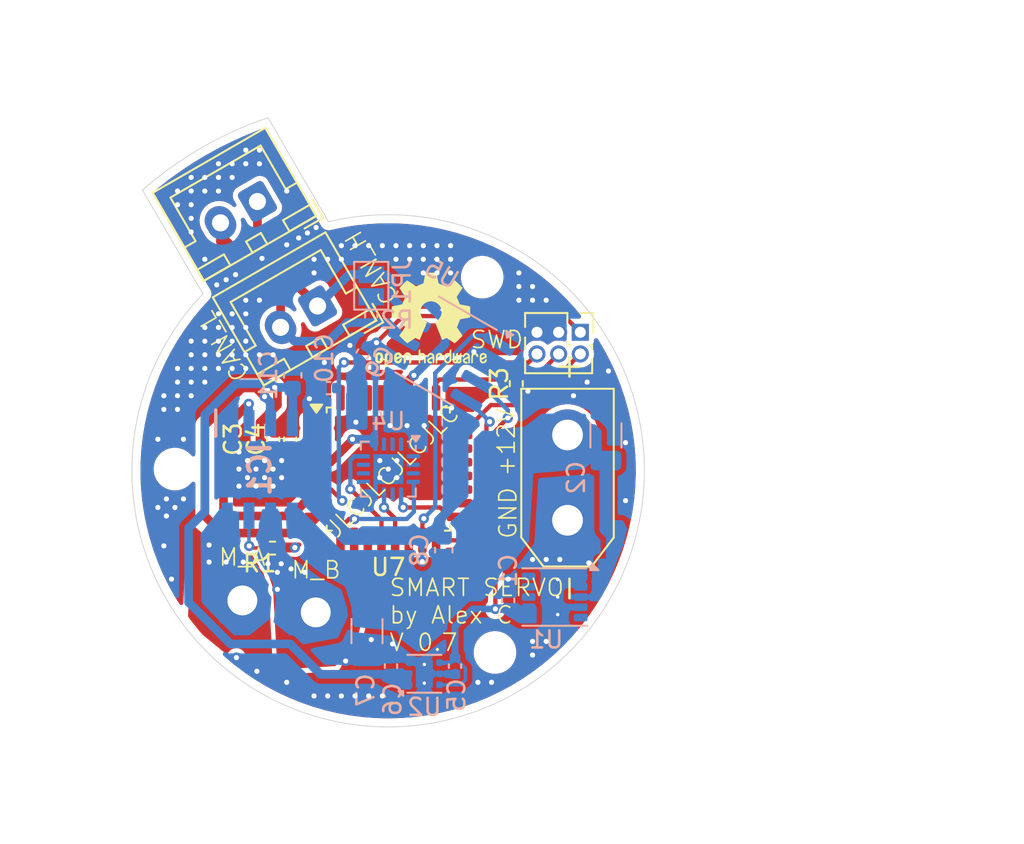
<source format=kicad_pcb>
(kicad_pcb (version 20240108) (generator "pcbnew") (generator_version "8.0")
  (layers (0 "F.Cu" signal "Front") (1 "In1.Cu" signal) (2 "In2.Cu" signal) (31 "B.Cu" signal "Back") (34 "B.Paste" user) (35 "F.Paste" user) (36 "B.SilkS" user "B.Silkscreen") (37 "F.SilkS" user "F.Silkscreen") (38 "B.Mask" user) (39 "F.Mask" user) (44 "Edge.Cuts" user))
  (net 0 "")
  (net 1 "GND")
  (net 2 "+3V3")
  (net 3 "+12V")
  (net 4 "RP_RX")
  (net 5 "RP_TX")
  (net 6 "Net-(IC1-ISEN)")
  (net 7 "Net-(IC1-OUT2)")
  (net 8 "Net-(IC1-OUT1)")
  (net 9 "MOSI")
  (net 10 "+5V")
  (net 11 "CAN_H")
  (net 12 "CAN_L")
  (net 13 "CAN_SILENT")
  (net 20 "NRST")
  (net 21 "SWCLK")
  (net 22 "SWDIO")
  (net 24 "DRV_IN2")
  (net 28 "MISO")
  (net 29 "MAG_CS")
  (net 33 "SCK")
  (net 39 "DRV_IN1")
  (net 54 "Net-(JP1-A)")
  (footprint "Capacitor_SMD:C_0402_1005Metric" (layer "F.Cu") (at 86.75 71 90)
    (property "Reference" "C3")
    (property "Value" "100nF")
  )
  (footprint "Package_QFP:LQFP-32_7x7mm_P0.8mm" (layer "F.Cu") (at 93.5 72.75)
    (property "Reference" "U7")
    (property "Value" "STM32G0B1KBTx")
  )
  (footprint "Resistor_SMD:R_0402_1005Metric" (layer "F.Cu") (at 101 67.74 -90)
    (property "Reference" "R3")
    (property "Value" "10k")
  )
  (footprint "Connector_Wire:SolderWire-1sqmm_1x01_D1.4mm_OD2.7mm" (layer "F.Cu") (at 89.25 81.15)
    (property "Reference" "J2" (hide yes))
    (property "Value" "MOT_A")
  )
  (footprint "MountingHole:MountingHole_2.2mm_M2" (layer "F.Cu") (at 99.75 83.5)
    (property "Reference" "REF**" (hide yes))
    (property "Value" "MountingHole_2.2mm_M2")
  )
  (footprint "Capacitor_SMD:C_0402_1005Metric" (layer "F.Cu") (at 87.75 71 90)
    (property "Reference" "C4")
    (property "Value" "4.7uF")
  )
  (footprint "Symbol:OSHW-Logo2_7.3x6mm_SilkScreen" (layer "F.Cu") (at 96 64)
    (property "Reference" "REF**" (hide yes))
    (property "Value" "OSHW-Logo2_7.3x6mm_SilkScreen" (hide yes))
  )
  (footprint "Resistor_SMD:R_0402_1005Metric" (layer "F.Cu") (at 86.715 77.38175)
    (property "Reference" "R1")
    (property "Value" "15k")
  )
  (footprint "Connector_JST:JST_XH_B2B-XH-A_1x02_P2.50mm_Vertical" (layer "F.Cu") (at 85.832923 57.063277 -150)
    (property "Reference" "J6" (hide yes))
    (property "Value" "Control_In")
  )
  (footprint "MountingHole:MountingHole_2.2mm_M2" (layer "F.Cu") (at 81 72.75)
    (property "Reference" "REF**" (hide yes))
    (property "Value" "MountingHole_2.2mm_M2")
  )
  (footprint "Connector_Wire:SolderWire-1sqmm_1x01_D1.4mm_OD2.7mm" (layer "F.Cu") (at 84.95 80.45)
    (property "Reference" "J7" (hide yes))
    (property "Value" "MOT_B")
  )
  (footprint "Connector_JST:JST_XH_B2B-XH-A_1x02_P2.50mm_Vertical" (layer "F.Cu") (at 89.354915 63.188669 -150)
    (property "Reference" "J1" (hide yes))
    (property "Value" "Control_In")
  )
  (footprint "Connector_AMASS:AMASS_XT30UPB-M_1x02_P5.0mm_Vertical" (layer "F.Cu") (at 104 75.75 90)
    (property "Reference" "J4" (hide yes))
    (property "Value" "Power_In")
  )
  (footprint "MountingHole:MountingHole_2.2mm_M2" (layer "F.Cu") (at 99 61.5)
    (property "Reference" "REF**" (hide yes))
    (property "Value" "MountingHole_2.2mm_M2")
  )
  (footprint "Connector_PinHeader_1.27mm:PinHeader_2x03_P1.27mm_Vertical" (layer "F.Cu") (at 104.75 64.729999 -90)
    (property "Reference" "J3" (hide yes))
    (property "Value" "Prog_IN")
  )
  (footprint "Capacitor_SMD:C_0402_1005Metric" (layer "B.Cu") (at 90 68)
    (property "Reference" "C10")
    (property "Value" "100nF")
  )
  (footprint "Capacitor_SMD:C_1206_3216Metric" (layer "B.Cu") (at 92.25 82.25 90)
    (property "Reference" "C7")
    (property "Value" "10uF")
  )
  (footprint "Capacitor_SMD:C_1206_3216Metric" (layer "B.Cu") (at 106.25 70.775 -90)
    (property "Reference" "C2")
    (property "Value" "10uF")
  )
  (footprint "Capacitor_SMD:C_0402_1005Metric" (layer "B.Cu") (at 93.657501 84.300002 90)
    (property "Reference" "C6")
    (property "Value" "2.2uF")
  )
  (footprint "Capacitor_SMD:C_0603_1608Metric" (layer "B.Cu") (at 87.9 67.25 -90)
    (property "Reference" "C11")
    (property "Value" "100nF")
  )
  (footprint "Package_SON:WSON-6-1EP_2x2mm_P0.65mm_EP1x1.6mm_ThermalVias" (layer "B.Cu") (at 95.6125 84.750001)
    (property "Reference" "U2")
    (property "Value" "TLV76733DRVx")
  )
  (footprint "_custom:SOIC127P600X170-9N" (layer "B.Cu") (at 85.969999 72.762999 -90)
    (property "Reference" "IC1")
    (property "Value" "DRV8251DDAR" (hide yes))
  )
  (footprint "Capacitor_SMD:C_0402_1005Metric" (layer "B.Cu") (at 92 66 60)
    (property "Reference" "C9")
    (property "Value" "100nF")
  )
  (footprint "Capacitor_SMD:C_0402_1005Metric" (layer "B.Cu") (at 100.525 80.45 -90)
    (property "Reference" "C1")
    (property "Value" "100nF")
  )
  (footprint "Jumper:SolderJumper-2_P1.3mm_Open_Pad1.0x1.5mm" (layer "B.Cu") (at 92.5 62 90)
    (property "Reference" "JP1")
    (property "Value" "Jumper_2_Open")
  )
  (footprint "Package_SO:SOIC-8_3.9x4.9mm_P1.27mm" (layer "B.Cu") (at 96.87909 65.832721 150)
    (property "Reference" "U5")
    (property "Value" "TJA1051T-3")
  )
  (footprint "Package_DFN_QFN:QFN-16-1EP_3x3mm_P0.5mm_EP1.75x1.75mm" (layer "B.Cu") (at 93.5 72.75 180)
    (property "Reference" "U4")
    (property "Value" "MA730")
  )
  (footprint "Capacitor_SMD:C_0603_1608Metric" (layer "B.Cu") (at 96.75 77.5 -90)
    (property "Reference" "C8")
    (property "Value" "100nF")
  )
  (footprint "Capacitor_SMD:C_0402_1005Metric" (layer "B.Cu") (at 92.5 63.75 -90)
    (property "Reference" "R2")
    (property "Value" "120")
  )
  (footprint "Package_LGA:Texas_SIL0010A_MicroSiP-10-1EP_3.8x3mm_P0.6mm_EP0.7x2.9mm_ThermalVias" (layer "B.Cu") (at 103.25 80.25 180)
    (property "Reference" "U1")
    (property "Value" "LMZM23601V5")
  )
  (footprint "Capacitor_SMD:C_0402_1005Metric" (layer "B.Cu") (at 97.407499 84.300003 -90)
    (property "Reference" "C5")
    (property "Value" "1uF")
  )
  (gr_line (start 82.637074 62.478825) (end 79.1 56.4) (stroke (width 0.05)) (layer "Edge.Cuts"))
  (gr_arc (start 79.094221 56.393393) (mid 82.564125 53.91116) (end 86.45 52.150001) (stroke (width 0.05)) (layer "Edge.Cuts"))
  (gr_line (start 90 58.25) (end 86.45 52.15) (stroke (width 0.05)) (layer "Edge.Cuts"))
  (gr_arc (start 90 58.25) (mid 100.96659 85.868552) (end 82.637074 62.478825) (stroke (width 0.05)) (layer "Edge.Cuts"))
  (gr_text "JLCJLCJLCJLC" (at 90.48 76.96 45) (layer "F.SilkS") (effects (font (size 1 1) (thickness 0.1)) (justify left bottom)))
  (gr_text "M_A" (at 83.5 78.5 0) (layer "F.SilkS") (effects (font (size 1 1) (thickness 0.1)) (justify left bottom)))
  (gr_text "SMART SERVO\nby Alex C\nV 0.7" (at 93.5 83.5 0) (layer "F.SilkS") (effects (font (size 1 1) (thickness 0.1)) (justify left bottom)))
  (gr_text "GND" (at 101.098426 76.912485 90) (layer "F.SilkS") (effects (font (size 1 1) (thickness 0.1)) (justify left bottom)))
  (gr_text "CAN_H" (at 94.25 62.75 120) (layer "F.SilkS") (effects (font (size 1 1) (thickness 0.1)) (justify left bottom)))
  (gr_text "CAN_L" (at 85.5 67.25 120) (layer "F.SilkS") (effects (font (size 1 1) (thickness 0.1)) (justify left bottom)))
  (gr_text "M_B" (at 87.75 79.25 0) (layer "F.SilkS") (effects (font (size 1 1) (thickness 0.1)) (justify left bottom)))
  (gr_text "SWD" (at 98.25 65.75 0) (layer "F.SilkS") (effects (font (size 1 1) (thickness 0.1)) (justify left bottom)))
  (gr_text "+12V" (at 101 73.25 90) (layer "F.SilkS") (effects (font (size 1 1) (thickness 0.1)) (justify left bottom)))
  (segment (start 87.65 73.15) (end 87.25 72.75) (width 0.508) (layer "F.Cu") (net 1))
  (segment (start 101.613288 68.25) (end 101.681644 68.181644) (width 0.2) (layer "F.Cu") (net 1))
  (segment (start 87.75 70.52) (end 86.75 70.52) (width 0.508) (layer "F.Cu") (net 1))
  (segment (start 87.993253 77.381747) (end 88.025 77.35) (width 0.508) (layer "F.Cu") (net 1))
  (segment (start 91.75 72.25) (end 93 72.25) (width 0.508) (layer "F.Cu") (net 1))
  (segment (start 89.325 73.15) (end 87.65 73.15) (width 0.508) (layer "F.Cu") (net 1))
  (segment (start 87.75 69.75) (end 87.75 70.52) (width 0.508) (layer "F.Cu") (net 1))
  (segment (start 87.65 73.15) (end 87.25 73.25) (width 0.508) (layer "F.Cu") (net 1))
  (segment (start 88.875 68.625) (end 87.75 69.75) (width 0.508) (layer "F.Cu") (net 1))
  (segment (start 89.325 73.15) (end 90.85 73.15) (width 0.508) (layer "F.Cu") (net 1))
  (segment (start 87.25 73.25) (end 86.75 72.75) (width 0.508) (layer "F.Cu") (net 1))
  (segment (start 101.25 68.25) (end 101.613288 68.25) (width 0.2) (layer "F.Cu") (net 1))
  (segment (start 87.224999 77.381747) (end 87.993253 77.381747) (width 0.508) (layer "F.Cu") (net 1))
  (segment (start 86.75 72.75) (end 87.25 72.25) (width 0.508) (layer "F.Cu") (net 1))
  (segment (start 90.85 73.15) (end 91.75 72.25) (width 0.508) (layer "F.Cu") (net 1))
  (via (at 101.15 62.05) (size 0.6) (drill 0.3) (layers "F.Cu" "B.Cu") (net 1))
  (via (at 92.35 59.65) (size 0.6) (drill 0.3) (layers "F.Cu" "B.Cu") (net 1))
  (via (at 86.75 72.75) (size 0.6) (drill 0.3) (layers "F.Cu" "B.Cu") (net 1))
  (via (at 93.15 86.05) (size 0.6) (drill 0.3) (layers "F.Cu" "B.Cu") (net 1))
  (via (at 81 75) (size 0.6) (drill 0.3) (layers "F.Cu" "B.Cu") (net 1))
  (via (at 81.95 66.85) (size 0.6) (drill 0.3) (layers "F.Cu" "B.Cu") (net 1))
  (via (at 93.5 72.75) (size 0.6) (drill 0.3) (layers "F.Cu" "B.Cu") (net 1))
  (via (at 88.762228 58.905631) (size 0.6) (drill 0.3) (layers "F.Cu" "B.Cu") (net 1))
  (via (at 97.15 59.65) (size 0.6) (drill 0.3) (layers "F.Cu" "B.Cu") (net 1))
  (via (at 93.75 83) (size 0.6) (drill 0.3) (layers "F.Cu" "B.Cu") (net 1))
  (via (at 83.55 56.45) (size 0.6) (drill 0.3) (layers "F.Cu" "B.Cu") (net 1))
  (via (at 85.25 73.25) (size 0.6) (drill 0.3) (layers "F.Cu" "B.Cu") (net 1))
  (via (at 81.5 71) (size 0.6) (drill 0.3) (layers "F.Cu" "B.Cu") (net 1))
  (via (at 80.5 74.5) (size 0.6) (drill 0.3) (layers "F.Cu" "B.Cu") (net 1))
  (via (at 95.6 70.2) (size 0.6) (drill 0.3) (layers "F.Cu" "B.Cu") (net 1))
  (via (at 80.35 68.45) (size 0.6) (drill 0.3) (layers "F.Cu" "B.Cu") (net 1))
  (via (at 85.15 64.45) (size 0.6) (drill 0.3) (layers "F.Cu" "B.Cu") (net 1))
  (via (at 84.35 63.65) (size 0.6) (drill 0.3) (layers "F.Cu" "B.Cu") (net 1))
  (via (at 95.55 60.45) (size 0.6) (drill 0.3) (layers "F.Cu" "B.Cu") (net 1))
  (via (at 91.55 59.65) (size 0.6) (drill 0.3) (layers "F.Cu" "B.Cu") (net 1))
  (via (at 84.75 71.75) (size 0.6) (drill 0.3) (layers "F.Cu" "B.Cu") (net 1))
  (via (at 87.55 56.45) (size 0.6) (drill 0.3) (layers "F.Cu" "B.Cu") (net 1))
  (via (at 94.75 59.65) (size 0.6) (drill 0.3) (layers "F.Cu" "B.Cu") (net 1))
  (via (at 85.15 54.05) (size 0.6) (drill 0.3) (layers "F.Cu" "B.Cu") (net 1))
  (via (at 85.8 84.6) (size 0.6) (drill 0.3) (layers "F.Cu" "B.Cu") (net 1))
  (via (at 88.875 68.625) (size 0.6) (drill 0.3) (layers "F.Cu" "B.Cu") (net 1))
  (via (at 91 84) (size 0.6) (drill 0.3) (layers "F.Cu" "B.Cu") (net 1))
  (via (at 89.95 86.05) (size 0.6) (drill 0.3) (layers "F.Cu" "B.Cu") (net 1))
  (via (at 84.35 66.05) (size 0.6) (drill 0.3) (layers "F.Cu" "B.Cu") (net 1))
  (via (at 82.75 56.45) (size 0.6) (drill 0.3) (layers "F.Cu" "B.Cu") (net 1))
  (via (at 99.55 85.25) (size 0.6) (drill 0.3) (layers "F.Cu" "B.Cu") (net 1))
  (via (at 106.4 67) (size 0.6) (drill 0.3) (layers "F.Cu" "B.Cu") (net 1))
  (via (at 80 75) (size 0.6) (drill 0.3) (layers "F.Cu" "B.Cu") (net 1))
  (via (at 92.5 82.75) (size 0.6) (drill 0.3) (layers "F.Cu" "B.Cu") (net 1))
  (via (at 82.75 55.65) (size 0.6) (drill 0.3) (layers "F.Cu" "B.Cu") (net 1))
  (via (at 83.55 63.65) (size 0.6) (drill 0.3) (layers "F.Cu" "B.Cu") (net 1))
  (via (at 81.15 68.45) (size 0.6) (drill 0.3) (layers "F.Cu" "B.Cu") (net 1))
  (via (at 85.95 54.05) (size 0.6) (drill 0.3) (layers "F.Cu" "B.Cu") (net 1))
  (via (at 93 72.25) (size 0.6) (drill 0.3) (layers "F.Cu" "B.Cu") (net 1))
  (via (at 89.15 60.45) (size 0.6) (drill 0.3) (layers "F.Cu" "B.Cu") (net 1))
  (via (at 85.15 54.85) (size 0.6) (drill 0.3) (layers "F.Cu" "B.Cu") (net 1))
  (via (at 98.513712 65.873) (size 0.6) (drill 0.3) (layers "F.Cu" "B.Cu") (net 1))
  (via (at 93.95 59.65) (size 0.6) (drill 0.3) (layers "F.Cu" "B.Cu") (net 1))
  (via (at 89.15 86.05) (size 0.6) (drill 0.3) (layers "F.Cu" "B.Cu") (net 1))
  (via (at 102.75 78.05) (size 0.6) (drill 0.3) (layers "F.Cu" "B.Cu") (net 1))
  (via (at 85.95 62.85) (size 0.6) (drill 0.3) (layers "F.Cu" "B.Cu") (net 1))
  (via (at 104.35 68.45) (size 0.6) (drill 0.3) (layers "F.Cu" "B.Cu") (net 1))
  (via (at 93 73.25) (size 0.6) (drill 0.3) (layers "F.Cu" "B.Cu") (net 1))
  (via (at 81.95 55.65) (size 0.6) (drill 0.3) (layers "F.Cu" "B.Cu") (net 1))
  (via (at 85.95 66.05) (size 0.6) (drill 0.3) (layers "F.Cu" "B.Cu") (net 1))
  (via (at 93.6 70.2) (size 0.6) (drill 0.3) (layers "F.Cu" "B.Cu") (net 1))
  (via (at 83.55 66.05) (size 0.6) (drill 0.3) (layers "F.Cu" "B.Cu") (net 1))
  (via (at 84.35 55.65) (size 0.6) (drill 0.3) (layers "F.Cu" "B.Cu") (net 1))
  (via (at 81.15 57.25) (size 0.6) (drill 0.3) (layers "F.Cu" "B.Cu") (net 1))
  (via (at 90.75 59.65) (size 0.6) (drill 0.3) (layers "F.Cu" "B.Cu") (net 1))
  (via (at 89.270617 58.587185) (size 0.6) (drill 0.3) (layers "F.Cu" "B.Cu") (net 1))
  (via (at 96.35 59.65) (size 0.6) (drill 0.3) (layers "F.Cu" "B.Cu") (net 1))
  (via (at 88.025 77.35) (size 0.6) (drill 0.3) (layers "F.Cu" "B.Cu") (net 1))
  (via (at 102.75 62.85) (size 0.6) (drill 0.3) (layers "F.Cu" "B.Cu") (net 1))
  (via (at 97.15 60.45) (size 0.6) (drill 0.3) (layers "F.Cu" "B.Cu") (net 1))
  (via (at 85.15 66.85) (size 0.6) (drill 0.3) (layers "F.Cu" "B.Cu") (net 1))
  (via (at 80.8 79.2) (size 0.6) (drill 0.3) (layers "F.Cu" "B.Cu") (net 1))
  (via (at 105.25 78.25) (size 0.6) (drill 0.3) (layers "F.Cu" "B.Cu") (net 1))
  (via (at 101.15 61.25) (size 0.6) (drill 0.3) (layers "F.Cu" "B.Cu") (net 1))
  (via (at 86.75 73.75) (size 0.6) (drill 0.3) (layers "F.Cu" "B.Cu") (net 1))
  (via (at 82.75 66.85) (size 0.6) (drill 0.3) (layers "F.Cu" "B.Cu") (net 1))
  (via (at 84.75 72.75) (size 0.6) (drill 0.3) (layers "F.Cu" "B.Cu") (net 1))
  (via (at 80.35 69.25) (size 0.6) (drill 0.3) (layers "F.Cu" "B.Cu") (net 1))
  (via (at 84.35 66.85) (size 0.6) (drill 0.3) (layers "F.Cu" "B.Cu") (net 1))
  (via (at 85.75 73.75) (size 0.6) (drill 0.3) (layers "F.Cu" "B.Cu") (net 1))
  (via (at 81.5 74.5) (size 0.6) (drill 0.3) (layers "F.Cu" "B.Cu") (net 1))
  (via (at 98.75 85.25) (size 0.6) (drill 0.3) (layers "F.Cu" "B.Cu") (net 1))
  (via (at 84.6 83.8) (size 0.6) (drill 0.3) (layers "F.Cu" "B.Cu") (net 1))
  (via (at 95.55 61.25) (size 0.6) (drill 0.3) (layers "F.Cu" "B.Cu") (net 1))
  (via (at 107.4 71.2) (size 0.6) (drill 0.3) (layers "F.Cu" "B.Cu") (net 1))
  (via (at 82.75 67.65) (size 0.6) (drill 0.3) (layers "F.Cu" "B.Cu") (net 1))
  (via (at 83.55 66.85) (size 0.6) (drill 0.3) (layers "F.Cu" "B.Cu") (net 1))
  (via (at 81.95 66.05) (size 0.6) (drill 0.3) (layers "F.Cu" "B.Cu") (net 1))
  (via (at 90.75 60.45) (size 0.6) (drill 0.3) (layers "F.Cu" "B.Cu") (net 1))
  (via (at 81.15 56.45) (size 0.6) (drill 0.3) (layers "F.Cu" "B.Cu") (net 1))
  (via (at 81.15 69.25) (size 0.6) (drill 0.3) (layers "F.Cu" "B.Cu") (net 1))
  (via (at 86.75 66.05) (size 0.6) (drill 0.3) (layers "F.Cu" "B.Cu") (net 1))
  (via (at 93.15 59.65) (size 0.6) (drill 0.3) (layers "F.Cu" "B.Cu") (net 1))
  (via (at 85.15 65.25) (size 0.6) (drill 0.3) (layers "F.Cu" "B.Cu") (net 1))
  (via (at 103.55 78.05) (size 0.6) (drill 0.3) (layers "F.Cu" "B.Cu") (net 1))
  (via (at 95.489421 78.175) (size 0.6) (drill 0.3) (layers "F.Cu" "B.Cu") (net 1))
  (via (at 96.35 61.25) (size 0.6) (drill 0.3) (layers "F.Cu" "B.Cu") (net 1))
  (via (at 89.15 61.25) (size 0.6) (drill 0.3) (layers "F.Cu" "B.Cu") (net 1))
  (via (at 80 71) (size 0.6) (drill 0.3) (layers "F.Cu" "B.Cu") (net 1))
  (via (at 84 61.65) (size 0.6) (drill 0.3) (layers "F.Cu" "B.Cu") (net 1))
  (via (at 82.75 64.45) (size 0.6) (drill 0.3) (layers "F.Cu" "B.Cu") (net 1))
  (via (at 85.75 72.75) (size 0.6) (drill 0.3) (layers "F.Cu" "B.Cu") (net 1))
  (via (at 88.25 59.2) (size 0.6) (drill 0.3) (layers "F.Cu" "B.Cu") (net 1))
  (via (at 85.15 62.85) (size 0.6) (drill 0.3) (layers "F.Cu" "B.Cu") (net 1))
  (via (at 85.15 63.65) (size 0.6) (drill 0.3) (layers "F.Cu" "B.Cu") (net 1))
  (via (at 93.95 60.45) (size 0.6) (drill 0.3) (layers "F.Cu" "B.Cu") (net 1))
  (via (at 83.45 61.95) (size 0.6) (drill 0.3) (layers "F.Cu" "B.Cu") (net 1))
  (via (at 81.95 58.05) (size 0.6) (drill 0.3) (layers "F.Cu" "B.Cu") (net 1))
  (via (at 84.35 54.85) (size 0.6) (drill 0.3) (layers "F.Cu" "B.Cu") (net 1))
  (via (at 86.25 72.25) (size 0.6) (drill 0.3) (layers "F.Cu" "B.Cu") (net 1))
  (via (at 97.15 61.25) (size 0.6) (drill 0.3) (layers "F.Cu" "B.Cu") (net 1))
  (via (at 80.35 77.25) (size 0.6) (drill 0.3) (layers "F.Cu" "B.Cu") (net 1))
  (via (at 85.25 72.25) (size 0.6) (drill 0.3) (layers "F.Cu" "B.Cu") (net 1))
  (via (at 82.75 66.05) (size 0.6) (drill 0.3) (layers "F.Cu" "B.Cu") (net 1))
  (via (at 107.4 74.6) (size 0.6) (drill 0.3) (layers "F.Cu" "B.Cu") (net 1))
  (via (at 80.5 75.5) (size 0.6) (drill 0.3) (layers "F.Cu" "B.Cu") (net 1))
  (via (at 91.6 70) (size 0.6) (drill 0.3) (layers "F.Cu" "B.Cu") (net 1))
  (via (at 95.55 59.65) (size 0.6) (drill 0.3) (layers "F.Cu" "B.Cu") (net 1))
  (via (at 81.15 66.85) (size 0.6) (drill 0.3) (layers "F.Cu" "B.Cu") (net 1))
  (via (at 87.55 85.25) (size 0.6) (drill 0.3) (layers "F.Cu" "B.Cu") (net 1))
  (via (at 105.15 67.65) (size 0.6) (drill 0.3) (layers "F.Cu" "B.Cu") (net 1))
  (via (at 83.55 54.85) (size 0.6) (drill 0.3) (layers "F.Cu" "B.Cu") (net 1))
  (via (at 86.25 73.25) (size 0.6) (drill 0.3) (layers "F.Cu" "B.Cu") (net 1))
  (via (at 102.75 82.85) (size 0.6) (drill 0.3) (layers "F.Cu" "B.Cu") (net 1))
  (via (at 96.35 60.45) (size 0.6) (drill 0.3) (layers "F.Cu" "B.Cu") (net 1))
  (via (at 94.75 60.45) (size 0.6) (drill 0.3) (layers "F.Cu" "B.Cu") (net 1))
  (via (at 85.95 54.85) (size 0.6) (drill 0.3) (layers "F.Cu" "B.Cu") (net 1))
  (via (at 91.55 86.05) (size 0.6) (drill 0.3) (layers "F.Cu" "B.Cu") (net 1))
  (via (at 101.95 83.65) (size 0.6) (drill 0.3) (layers "F.Cu" "B.Cu") (net 1))
  (via (at 97.21 69.17) (size 0.6) (drill 0.3) (layers "F.Cu" "B.Cu") (net 1))
  (via (at 83.55 64.45) (size 0.6) (drill 0.3) (layers "F.Cu" "B.Cu") (net 1))
  (via (at 94 72.25) (size 0.6) (drill 0.3) (layers "F.Cu" "B.Cu") (net 1))
  (via (at 82.75 60.45) (size 0.6) (drill 0.3) (layers "F.Cu" "B.Cu") (net 1))
  (via (at 83.55 55.65) (size 0.6) (drill 0.3) (layers "F.Cu" "B.Cu") (net 1))
  (via (at 101.95 62.85) (size 0.6) (drill 0.3) (layers "F.Cu" "B.Cu") (net 1))
  (via (at 81.95 67.65) (size 0.6) (drill 0.3) (layers "F.Cu" "B.Cu") (net 1))
  (via (at 101.95 78.05) (size 0.6) (drill 0.3) (layers "F.Cu" "B.Cu") (net 1))
  (via (at 86.1 60.4) (size 0.6) (drill 0.3) (layers "F.Cu" "B.Cu") (net 1))
  (via (at 81.95 65.25) (size 0.6) (drill 0.3) (layers "F.Cu" "B.Cu") (net 1))
  (via (at 92.35 86.05) (size 0.6) (drill 0.3) (layers "F.Cu" "B.Cu") (net 1))
  (via (at 81.95 56.45) (size 0.6) (drill 0.3) (layers "F.Cu" "B.Cu") (net 1))
  (via (at 94.6 70.2) (size 0.6) (drill 0.3) (layers "F.Cu" "B.Cu") (net 1))
  (via (at 85.15 66.05) (size 0.6) (drill 0.3) (layers "F.Cu" "B.Cu") (net 1))
  (via (at 84.55 61.35) (size 0.6) (drill 0.3) (layers "F.Cu" "B.Cu") (net 1))
  (via (at 82.75 65.25) (size 0.6) (drill 0.3) (layers "F.Cu" "B.Cu") (net 1))
  (via (at 81.15 67.65) (size 0.6) (drill 0.3) (layers "F.Cu" "B.Cu") (net 1))
  (via (at 81.95 68.45) (size 0.6) (drill 0.3) (layers "F.Cu" "B.Cu") (net 1))
  (via (at 87.25 72.25) (size 0.6) (drill 0.3) (layers "F.Cu" "B.Cu") (net 1))
  (via (at 101.681644 68.181644) (size 0.6) (drill 0.3) (layers "F.Cu" "B.Cu") (net 1))
  (via (at 83.55 65.25) (size 0.6) (drill 0.3) (layers "F.Cu" "B.Cu") (net 1))
  (via (at 84.35 65.25) (size 0.6) (drill 0.3) (layers "F.Cu" "B.Cu") (net 1))
  (via (at 87.55 59.6) (size 0.6) (drill 0.3) (layers "F.Cu" "B.Cu") (net 1))
  (via (at 84.35 64.45) (size 0.6) (drill 0.3) (layers "F.Cu" "B.Cu") (net 1))
  (via (at 101.15 62.85) (size 0.6) (drill 0.3) (layers "F.Cu" "B.Cu") (net 1))
  (via (at 87.25 73.25) (size 0.6) (drill 0.3) (layers "F.Cu" "B.Cu") (net 1))
  (via (at 101.95 62.05) (size 0.6) (drill 0.3) (layers "F.Cu" "B.Cu") (net 1))
  (via (at 89.95 60.45) (size 0.6) (drill 0.3) (layers "F.Cu" "B.Cu") (net 1))
  (via (at 94 73.25) (size 0.6) (drill 0.3) (layers "F.Cu" "B.Cu") (net 1))
  (via (at 100.525 79.2) (size 0.6) (drill 0.3) (layers "F.Cu" "B.Cu") (net 1))
  (via (at 89.75 66.5) (size 0.6) (drill 0.3) (layers "F.Cu" "B.Cu") (net 1))
  (via (at 101.95 82.85) (size 0.6) (drill 0.3) (layers "F.Cu" "B.Cu") (net 1))
  (via (at 91.25 65.5) (size 0.6) (drill 0.3) (layers "F.Cu" "B.Cu") (net 1))
  (via (at 84.75 73.75) (size 0.6) (drill 0.3) (layers "F.Cu" "B.Cu") (net 1))
  (via (at 90.75 86.05) (size 0.6) (drill 0.3) (layers "F.Cu" "B.Cu") (net 1))
  (via (at 81.95 57.25) (size 0.6) (drill 0.3) (layers "F.Cu" "B.Cu") (net 1))
  (via (at 81.95 58.85) (size 0.6) (drill 0.3) (layers "F.Cu" "B.Cu") (net 1))
  (segment (start 103.425001 81.28) (end 103.854999 80.850002) (width 0.5) (layer "B.Cu") (net 1))
  (segment (start 105.25 77.1) (end 105.25 76.75) (width 0.254) (layer "B.Cu") (net 1))
  (segment (start 96.75 76.474999) (end 96.024999 76.474999) (width 0.762) (layer "B.Cu") (net 1))
  (segment (start 92.752 73.498) (end 93 73.25) (width 0.254) (layer "B.Cu") (net 1))
  (segment (start 92.752 74.2105) (end 92.752 73.498) (width 0.254) (layer "B.Cu") (net 1))
  (segment (start 105.250001 77.100001) (end 105.25 77.1) (width 0.254) (layer "B.Cu") (net 1))
  (segment (start 103.854999 80.850002) (end 104.775 80.850002) (width 0.4) (layer "B.Cu") (net 1))
  (segment (start 95.489421 78.175) (end 95.489421 77.010577) (width 0.254) (layer "B.Cu") (net 1))
  (segment (start 103.595 79.05) (end 103.425001 79.219999) (width 0.2) (layer "B.Cu") (net 1))
  (segment (start 98.513712 65.873) (end 99.250913 66.610201) (width 0.508) (layer "B.Cu") (net 1))
  (segment (start 104.775 79.05) (end 104.775 78.725) (width 0.2) (layer "B.Cu") (net 1))
  (segment (start 92.75 74.2125) (end 92.752 74.2105) (width 0.254) (layer "B.Cu") (net 1))
  (segment (start 105.25 76.75) (end 105 76.5) (width 0.254) (layer "B.Cu") (net 1))
  (segment (start 100.525 79.97) (end 100.525 79.2) (width 0.508) (layer "B.Cu") (net 1))
  (segment (start 95.489421 77.010577) (end 95.5 76.999998) (width 0.254) (layer "B.Cu") (net 1))
  (segment (start 96.024999 76.474999) (end 95.5 76.999998) (width 0.762) (layer "B.Cu") (net 1))
  (segment (start 104.775 78.725) (end 105.25 78.25) (width 0.2) (layer "B.Cu") (net 1))
  (segment (start 99.250913 66.610201) (end 99.250913 66.617574) (width 0.508) (layer "B.Cu") (net 1))
  (segment (start 86.440001 71.48) (end 86.75 71.48) (width 0.508) (layer "F.Cu") (net 2))
  (segment (start 87.004 68.996) (end 85.986 70.014) (width 0.508) (layer "F.Cu") (net 2))
  (segment (start 87.75 71.48) (end 87.75 71.547294) (width 0.508) (layer "F.Cu") (net 2))
  (segment (start 94.362289 63.78) (end 103.800001 63.78) (width 0.254) (layer "F.Cu") (net 2))
  (segment (start 91.4 71.047294) (end 90.097294 72.35) (width 0.508) (layer "F.Cu") (net 2))
  (segment (start 86.841562 67.96143) (end 87.004 68.123868) (width 0.508) (layer "F.Cu") (net 2))
  (segment (start 90.097294 72.35) (end 89.325 72.35) (width 0.508) (layer "F.Cu") (net 2))
  (segment (start 87.75 71.547294) (end 88.552706 72.35) (width 0.508) (layer "F.Cu") (net 2))
  (segment (start 85.986 71.025999) (end 86.440001 71.48) (width 0.508) (layer "F.Cu") (net 2))
  (segment (start 86.75 71.48) (end 87.75 71.48) (width 0.508) (layer "F.Cu") (net 2))
  (segment (start 92.805971 65.336318) (end 94.362289 63.78) (width 0.254) (layer "F.Cu") (net 2))
  (segment (start 85.986 70.014) (end 85.986 71.025999) (width 0.508) (layer "F.Cu") (net 2))
  (segment (start 103.800001 63.78) (end 104.75 64.729999) (width 0.254) (layer "F.Cu") (net 2))
  (segment (start 87.004 68.123868) (end 87.004 68.996) (width 0.508) (layer "F.Cu") (net 2))
  (segment (start 91.4 71) (end 91.4 71.047294) (width 0.508) (layer "F.Cu") (net 2))
  (segment (start 88.552706 72.35) (end 89.325 72.35) (width 0.508) (layer "F.Cu") (net 2))
  (via (at 86.841562 67.96143) (size 0.6) (drill 0.3) (layers "F.Cu" "B.Cu") (net 2))
  (via (at 91.4 71) (size 0.6) (drill 0.3) (layers "F.Cu" "B.Cu") (net 2))
  (via (at 92.805971 65.336318) (size 0.6) (drill 0.3) (layers "F.Cu" "B.Cu") (net 2))
  (segment (start 92.671 70.879) (end 92.671 70.8) (width 0.508) (layer "B.Cu") (net 2))
  (segment (start 92.24 65.584308) (end 92.75 66.094308) (width 0.5) (layer "B.Cu") (net 2))
  (segment (start 89.530002 84.780002) (end 93.657501 84.780002) (width 0.508) (layer "B.Cu") (net 2))
  (segment (start 81.8 76.2) (end 81.8 80.552534) (width 0.508) (layer "B.Cu") (net 2))
  (segment (start 92.805971 65.336318) (end 92.48799 65.336318) (width 0.254) (layer "B.Cu") (net 2))
  (segment (start 92.55 71) (end 92.55 71.0875) (width 0.508) (layer "B.Cu") (net 2))
  (segment (start 92.75 66.094308) (end 92.75 67.353791) (width 0.5) (layer "B.Cu") (net 2))
  (segment (start 84.566 67.746) (end 82.75 69.562) (width 0.508) (layer "B.Cu") (net 2))
  (segment (start 87.836429 67.96143) (end 87.9 68.025001) (width 0.508) (layer "B.Cu") (net 2))
  (segment (start 86.841562 67.96143) (end 86.626132 67.746) (width 0.508) (layer "B.Cu") (net 2))
  (segment (start 91.4 71) (end 92.55 71) (width 0.508) (layer "B.Cu") (net 2))
  (segment (start 82.75 69.562) (end 82.75 75.25) (width 0.508) (layer "B.Cu") (net 2))
  (segment (start 86.841562 67.96143) (end 87.836429 67.96143) (width 0.508) (layer "B.Cu") (net 2))
  (segment (start 92.55 71) (end 92.671 70.879) (width 0.508) (layer "B.Cu") (net 2))
  (segment (start 92.75 67.353791) (end 92.75 71.2875) (width 0.325) (layer "B.Cu") (net 2))
  (segment (start 84.247466 83) (end 87.75 83) (width 0.508) (layer "B.Cu") (net 2))
  (segment (start 87.9 68.025001) (end 87.9 70.025996) (width 0.508) (layer "B.Cu") (net 2))
  (segment (start 92.55 71.0875) (end 92.671 71.2085) (width 0.508) (layer "B.Cu") (net 2))
  (segment (start 92.671 71.2085) (end 92.671 71.2875) (width 0.508) (layer "B.Cu") (net 2))
  (segment (start 87.899996 70.480005) (end 87.854999 70.525002) (width 0.508) (layer "B.Cu") (net 2))
  (segment (start 86.626132 67.746) (end 84.566 67.746) (width 0.508) (layer "B.Cu") (net 2))
  (segment (start 92.48799 65.336318) (end 92.24 65.584308) (width 0.254) (layer "B.Cu") (net 2))
  (segment (start 82.75 75.25) (end 81.8 76.2) (width 0.508) (layer "B.Cu") (net 2))
  (segment (start 87.75 83) (end 89.530002 84.780002) (width 0.508) (layer "B.Cu") (net 2))
  (segment (start 81.8 80.552534) (end 84.247466 83) (width 0.508) (layer "B.Cu") (net 2))
  (segment (start 87.9 70.025996) (end 87.874998 70.050998) (width 0.508) (layer "B.Cu") (net 2))
  (segment (start 106.25 72.5) (end 106.25 76.25) (width 0.762) (layer "B.Cu") (net 3))
  (segment (start 103.848427 71.562486) (end 105.312486 71.562486) (width 0.762) (layer "B.Cu") (net 3))
  (segment (start 106.25 76.25) (end 106.5 76.5) (width 0.762) (layer "B.Cu") (net 3))
  (segment (start 105.312486 71.562486) (end 106.25 72.5) (width 0.762) (layer "B.Cu") (net 3))
  (segment (start 95.58 75.65) (end 95.5 75.73) (width 0.254) (layer "F.Cu") (net 4))
  (segment (start 95.5 75.73) (end 95.5 76.925) (width 0.254) (layer "F.Cu") (net 4))
  (via (at 95.58 75.65) (size 0.6) (drill 0.3) (layers "F.Cu" "B.Cu") (net 4))
  (segment (start 95.58 75.65) (end 95.58 75.635657) (width 0.254) (layer "B.Cu") (net 4))
  (segment (start 96.25 74.965657) (end 96.25 67.12) (width 0.254) (layer "B.Cu") (net 4))
  (segment (start 96.25 67.12) (end 98.44 64.93) (width 0.254) (layer "B.Cu") (net 4))
  (segment (start 95.58 75.635657) (end 96.25 74.965657) (width 0.254) (layer "B.Cu") (net 4))
  (segment (start 98.44 64.93) (end 99.298191 64.93) (width 0.254) (layer "B.Cu") (net 4))
  (segment (start 99.298191 64.93) (end 99.885913 65.517722) (width 0.254) (layer "B.Cu") (net 4))
  (segment (start 99.439193 69.969597) (end 99.25 70.15879) (width 0.254) (layer "F.Cu") (net 5))
  (segment (start 97.692688 76.925) (end 96.3 76.925) (width 0.254) (layer "F.Cu") (net 5))
  (segment (start 99.25 70.15879) (end 99.25 75.367688) (width 0.254) (layer "F.Cu") (net 5))
  (segment (start 99.25 75.367688) (end 97.692688 76.925) (width 0.254) (layer "F.Cu") (net 5))
  (via (at 99.439193 69.969597) (size 0.6) (drill 0.3) (layers "F.Cu" "B.Cu") (net 5))
  (segment (start 99.439193 69.969597) (end 98.286875 68.817279) (width 0.254) (layer "B.Cu") (net 5))
  (segment (start 98.286875 68.817279) (end 97.98091 68.817279) (width 0.254) (layer "B.Cu") (net 5))
  (segment (start 85.35 77.254) (end 85.471 77.375) (width 0.2) (layer "F.Cu") (net 6))
  (segment (start 85.471 77.375) (end 86.198249 77.375) (width 0.2) (layer "F.Cu") (net 6))
  (segment (start 86.198249 77.375) (end 86.205 77.381751) (width 0.2) (layer "F.Cu") (net 6))
  (via (at 85.35 77.254) (size 0.6) (drill 0.3) (layers "F.Cu" "B.Cu") (net 6))
  (segment (start 85.334999 75.474999) (end 85.334999 77.238999) (width 0.2) (layer "B.Cu") (net 6))
  (segment (start 85.334999 77.238999) (end 85.35 77.254) (width 0.2) (layer "B.Cu") (net 6))
  (via (at 83 78.2) (size 0.6) (drill 0.3) (layers "F.Cu" "B.Cu") (net 7))
  (via (at 85 78.2) (size 0.6) (drill 0.3) (layers "F.Cu" "B.Cu") (net 7))
  (via (at 84 78.2) (size 0.6) (drill 0.3) (layers "F.Cu" "B.Cu") (net 7))
  (via (at 83 77.2) (size 0.6) (drill 0.3) (layers "F.Cu" "B.Cu") (net 7))
  (via (at 86.45 78.3) (size 0.6) (drill 0.3) (layers "F.Cu" "B.Cu") (net 8))
  (via (at 88.6 78.8) (size 0.6) (drill 0.3) (layers "F.Cu" "B.Cu") (net 8))
  (via (at 87.8 78.6) (size 0.6) (drill 0.3) (layers "F.Cu" "B.Cu") (net 8))
  (via (at 87 78.8) (size 0.6) (drill 0.3) (layers "F.Cu" "B.Cu") (net 8))
  (via (at 87.225 78.3) (size 0.6) (drill 0.3) (layers "F.Cu" "B.Cu") (net 8))
  (via (at 87 79.8) (size 0.6) (drill 0.3) (layers "F.Cu" "B.Cu") (net 8))
  (segment (start 89.2 80.5) (end 89.2 81.15) (width 1.25) (layer "B.Cu") (net 8))
  (segment (start 90.7 76.175001) (end 91.200001 75.675) (width 0.254) (layer "F.Cu") (net 9))
  (segment (start 90.7 76.925) (end 90.7 76.175001) (width 0.254) (layer "F.Cu") (net 9))
  (segment (start 91.200001 75.675) (end 91.518759 75.675) (width 0.254) (layer "F.Cu") (net 9))
  (via (at 91.518759 75.675) (size 0.6) (drill 0.3) (layers "F.Cu" "B.Cu") (net 9))
  (segment (start 94.575 75.675) (end 95 75.25) (width 0.254) (layer "B.Cu") (net 9))
  (segment (start 91.518759 75.675) (end 94.575 75.675) (width 0.254) (layer "B.Cu") (net 9))
  (segment (start 95 75.25) (end 95 73.5375) (width 0.254) (layer "B.Cu") (net 9))
  (segment (start 95 73.5375) (end 94.9625 73.5) (width 0.254) (layer "B.Cu") (net 9))
  (segment (start 100.5 69.75) (end 100.066193 70.183807) (width 0.254) (layer "F.Cu") (net 10))
  (segment (start 100.066193 70.229309) (end 99.775 70.520502) (width 0.254) (layer "F.Cu") (net 10))
  (segment (start 99.775 70.520502) (end 99.775 80.95) (width 0.254) (layer "F.Cu") (net 10))
  (segment (start 100.066193 70.183807) (end 100.066193 70.229309) (width 0.254) (layer "F.Cu") (net 10))
  (via (at 99.775 80.95) (size 0.6) (drill 0.3) (layers "F.Cu" "B.Cu") (net 10))
  (via (at 100.5 69.75) (size 0.6) (drill 0.3) (layers "F.Cu" "B.Cu") (net 10))
  (segment (start 100.5 69.75) (end 100.5 69.29) (width 0.254) (layer "B.Cu") (net 10))
  (segment (start 97.127502 84.1) (end 96.499999 84.100001) (width 0.254) (layer "B.Cu") (net 10))
  (segment (start 98.017499 84.430003) (end 97.407499 83.820003) (width 0.2) (layer "B.Cu") (net 10))
  (segment (start 98.43319 80.95) (end 97.407499 81.975691) (width 0.4) (layer "B.Cu") (net 10))
  (segment (start 97.407499 83.820002) (end 97.127502 84.1) (width 0.254) (layer "B.Cu") (net 10))
  (segment (start 98.43319 80.95) (end 99.775 80.95) (width 0.4) (layer "B.Cu") (net 10))
  (segment (start 96.5 85.400001) (end 97.723635 85.400001) (width 0.2) (layer "B.Cu") (net 10))
  (segment (start 97.407499 81.975691) (end 97.407499 83.820003) (width 0.4) (layer "B.Cu") (net 10))
  (segment (start 100.525 80.93) (end 100.005 80.93) (width 0.5) (layer "B.Cu") (net 10))
  (segment (start 97.723635 85.400001) (end 98.017499 85.106137) (width 0.2) (layer "B.Cu") (net 10))
  (segment (start 100.5 69.29) (end 98.927426 67.717426) (width 0.254) (layer "B.Cu") (net 10))
  (segment (start 98.927426 67.717426) (end 98.615913 67.717426) (width 0.254) (layer "B.Cu") (net 10))
  (segment (start 100.525 80.93) (end 101.644999 80.93) (width 0.254) (layer "B.Cu") (net 10))
  (segment (start 98.017499 85.106137) (end 98.017499 84.430003) (width 0.2) (layer "B.Cu") (net 10))
  (segment (start 85.832923 57.063277) (end 85.832923 59.082923) (width 0.508) (layer "F.Cu") (net 11))
  (segment (start 88.396 61.646) (end 88.396 62.229754) (width 0.508) (layer "F.Cu") (net 11))
  (segment (start 86.854 60.104) (end 88.396 61.646) (width 0.508) (layer "F.Cu") (net 11))
  (segment (start 86.854 60.087682) (end 86.854 60.104) (width 0.508) (layer "F.Cu") (net 11))
  (segment (start 85.832923 59.082923) (end 86.396 59.646) (width 0.508) (layer "F.Cu") (net 11))
  (segment (start 86.412318 59.646) (end 86.854 60.087682) (width 0.508) (layer "F.Cu") (net 11))
  (segment (start 86.396 59.646) (end 86.412318 59.646) (width 0.508) (layer "F.Cu") (net 11))
  (segment (start 88.396 62.229754) (end 89.354915 63.188669) (width 0.508) (layer "F.Cu") (net 11))
  (segment (start 95.053177 64.045295) (end 93.704 62.696118) (width 0.508) (layer "B.Cu") (net 11))
  (segment (start 93.704 62.696118) (end 93.704 61.696) (width 0.508) (layer "B.Cu") (net 11))
  (segment (start 93.704 61.696) (end 93.358 61.35) (width 0.508) (layer "B.Cu") (net 11))
  (segment (start 93.358 61.35) (end 91.193584 61.35) (width 0.508) (layer "B.Cu") (net 11))
  (segment (start 91.193584 61.35) (end 89.354915 63.188669) (width 0.508) (layer "B.Cu") (net 11))
  (segment (start 87.189852 62.55617) (end 87.189852 64.43867) (width 0.508) (layer "F.Cu") (net 12))
  (segment (start 83.66786 59.41786) (end 84.051542 59.41786) (width 0.508) (layer "F.Cu") (net 12))
  (segment (start 84.051542 59.41786) (end 87.189852 62.55617) (width 0.508) (layer "F.Cu") (net 12))
  (segment (start 83.66786 58.313278) (end 83.66786 59.41786) (width 0.508) (layer "F.Cu") (net 12))
  (segment (start 90 65.25) (end 88.001182 65.25) (width 0.508) (layer "B.Cu") (net 12))
  (segment (start 91.0875 64.1625) (end 90 65.25) (width 0.508) (layer "B.Cu") (net 12))
  (segment (start 93.43553 64.1625) (end 91.0875 64.1625) (width 0.508) (layer "B.Cu") (net 12))
  (segment (start 88.001182 65.25) (end 87.189852 64.43867) (width 0.508) (layer "B.Cu") (net 12))
  (segment (start 94.418177 65.145147) (end 93.43553 64.1625) (width 0.508) (layer "B.Cu") (net 12))
  (segment (start 87.005117 64.469583) (end 87.005117 64.487348) (width 0.508) (layer "B.Cu") (net 12))
  (segment (start 95 67.25) (end 94.7 67.55) (width 0.508) (layer "F.Cu") (net 13))
  (segment (start 94.7 67.55) (end 94.7 68.575) (width 0.508) (layer "F.Cu") (net 13))
  (via (at 95 67.25) (size 0.6) (drill 0.3) (layers "F.Cu" "B.Cu") (net 13))
  (segment (start 95.68818 62.945442) (end 96.819188 64.07645) (width 0.508) (layer "B.Cu") (net 13))
  (segment (start 96.819188 65.430812) (end 95 67.25) (width 0.508) (layer "B.Cu") (net 13))
  (segment (start 96.819188 64.07645) (end 96.819188 65.430812) (width 0.508) (layer "B.Cu") (net 13))
  (segment (start 90.904168 66.494139) (end 90.910028 66.499999) (width 0.254) (layer "F.Cu") (net 20))
  (segment (start 101.710001 66.499999) (end 102.21 66) (width 0.254) (layer "F.Cu") (net 20))
  (segment (start 90.8 74.6) (end 90.15 73.95) (width 0.254) (layer "F.Cu") (net 20))
  (segment (start 90.15 73.95) (end 89.325 73.95) (width 0.254) (layer "F.Cu") (net 20))
  (segment (start 90.910028 66.499999) (end 101.710001 66.499999) (width 0.254) (layer "F.Cu") (net 20))
  (via (at 90.904168 66.494139) (size 0.6) (drill 0.3) (layers "F.Cu" "B.Cu") (net 20))
  (via (at 90.8 74.6) (size 0.6) (drill 0.3) (layers "F.Cu" "B.Cu") (net 20))
  (segment (start 90.6 66.798307) (end 90.904168 66.494139) (width 0.254) (layer "B.Cu") (net 20))
  (segment (start 90.6 74.4) (end 90.6 66.798307) (width 0.254) (layer "B.Cu") (net 20))
  (segment (start 90.8 74.6) (end 90.6 74.4) (width 0.254) (layer "B.Cu") (net 20))
  (segment (start 96.3 68.575) (end 96.3 67.7) (width 0.254) (layer "F.Cu") (net 21))
  (segment (start 101.98 67.5) (end 103.480002 65.999998) (width 0.254) (layer "F.Cu") (net 21))
  (segment (start 96.5 67.5) (end 101.98 67.5) (width 0.254) (layer "F.Cu") (net 21))
  (segment (start 96.3 67.7) (end 96.5 67.5) (width 0.254) (layer "F.Cu") (net 21))
  (segment (start 99.5 69) (end 101.75 69) (width 0.254) (layer "F.Cu") (net 22))
  (segment (start 101.75 69) (end 104.75 66) (width 0.254) (layer "F.Cu") (net 22))
  (segment (start 98.55 69.95) (end 99.5 69) (width 0.254) (layer "F.Cu") (net 22))
  (segment (start 97.675 69.95) (end 98.55 69.95) (width 0.254) (layer "F.Cu") (net 22))
  (segment (start 84.25 75.5) (end 87.802706 75.5) (width 0.508) (layer "F.Cu") (net 24))
  (segment (start 88.552706 74.75) (end 89.325 74.75) (width 0.508) (layer "F.Cu") (net 24))
  (segment (start 83.845999 70.404001) (end 83.845999 75.095999) (width 0.508) (layer "F.Cu") (net 24))
  (segment (start 85.325 68.925) (end 83.845999 70.404001) (width 0.508) (layer "F.Cu") (net 24))
  (segment (start 87.802706 75.5) (end 88.552706 74.75) (width 0.508) (layer "F.Cu") (net 24))
  (segment (start 83.845999 75.095999) (end 84.25 75.5) (width 0.508) (layer "F.Cu") (net 24))
  (via (at 85.325 68.925) (size 0.6) (drill 0.3) (layers "F.Cu" "B.Cu") (net 24))
  (segment (start 85.314998 68.935002) (end 85.314998 70.524999) (width 0.508) (layer "B.Cu") (net 24))
  (segment (start 85.325 68.925) (end 85.314998 68.935002) (width 0.508) (layer "B.Cu") (net 24))
  (segment (start 93.9 76.925) (end 93.9 75.65) (width 0.254) (layer "F.Cu") (net 28))
  (segment (start 93.9 75.65) (end 93.25 75) (width 0.254) (layer "F.Cu") (net 28))
  (via (at 93.25 75) (size 0.6) (drill 0.3) (layers "F.Cu" "B.Cu") (net 28))
  (segment (start 93.25 75) (end 93.25 74.2125) (width 0.254) (layer "B.Cu") (net 28))
  (segment (start 94.373 75) (end 96.532312 75) (width 0.254) (layer "F.Cu") (net 29))
  (segment (start 96.532312 75) (end 97.082312 75.55) (width 0.254) (layer "F.Cu") (net 29))
  (segment (start 97.082312 75.55) (end 97.675 75.55) (width 0.254) (layer "F.Cu") (net 29))
  (segment (start 94.368144 74.995144) (end 94.373 75) (width 0.254) (layer "F.Cu") (net 29))
  (via (at 94.368144 74.995144) (size 0.6) (drill 0.3) (layers "F.Cu" "B.Cu") (net 29))
  (segment (start 94.25 74.877) (end 94.25 74.2125) (width 0.254) (layer "B.Cu") (net 29))
  (segment (start 94.368144 74.995144) (end 94.25 74.877) (width 0.254) (layer "B.Cu") (net 29))
  (segment (start 91.27807 73.921235) (end 91.284523 73.921235) (width 0.254) (layer "F.Cu") (net 33))
  (segment (start 91.284523 73.921235) (end 93.1 75.736712) (width 0.254) (layer "F.Cu") (net 33))
  (segment (start 93.1 75.736712) (end 93.1 76.925) (width 0.254) (layer "F.Cu") (net 33))
  (via (at 91.27807 73.921235) (size 0.6) (drill 0.3) (layers "F.Cu" "B.Cu") (net 33))
  (segment (start 91.27807 73.921235) (end 91.27807 72.22193) (width 0.254) (layer "B.Cu") (net 33))
  (segment (start 91.5 72) (end 92.0375 72) (width 0.254) (layer "B.Cu") (net 33))
  (segment (start 91.27807 72.22193) (end 91.5 72) (width 0.254) (layer "B.Cu") (net 33))
  (segment (start 85.746 67.996) (end 84.937682 67.996) (width 0.508) (layer "F.Cu") (net 39))
  (segment (start 86.25 68.5) (end 85.746 67.996) (width 0.508) (layer "F.Cu") (net 39))
  (segment (start 82.75 70.183682) (end 82.75 75.5) (width 0.508) (layer "F.Cu") (net 39))
  (segment (start 88.375 76.5) (end 89.325 75.55) (width 0.508) (layer "F.Cu") (net 39))
  (segment (start 83.75 76.5) (end 88.375 76.5) (width 0.508) (layer "F.Cu") (net 39))
  (segment (start 82.75 75.5) (end 83.75 76.5) (width 0.508) (layer "F.Cu") (net 39))
  (segment (start 84.937682 67.996) (end 82.75 70.183682) (width 0.508) (layer "F.Cu") (net 39))
  (via (at 86.25 68.5) (size 0.6) (drill 0.3) (layers "F.Cu" "B.Cu") (net 39))
  (segment (start 86.584999 70.525001) (end 86.584999 68.834999) (width 0.508) (layer "B.Cu") (net 39))
  (segment (start 86.584999 68.834999) (end 86.25 68.5) (width 0.508) (layer "B.Cu") (net 39))
  (zone (net 8) (net_name "Net-(IC1-OUT1)") (layer "F.Cu") (priority 7) (connect_pads yes (clearance 0.25)) (min_thickness 0.25) (fill yes (thermal_gap 0.5) (thermal_bridge_width 0.5))
    (polygon (pts (xy 86 77.5) (xy 86.75 79.75) (xy 87 84.5) (xy 91.25 84.25) (xy 92 81.5) (xy 91.75 78.75) (xy 89 77.5) (xy 87.25 77.25) (xy 86 77.25)))
  )
  (zone (net 7) (net_name "Net-(IC1-OUT2)") (layer "F.Cu") (priority 6) (connect_pads yes (clearance 0.25)) (min_thickness 0.25) (fill yes (thermal_gap 0.5) (thermal_bridge_width 0.5))
    (polygon (pts (xy 85.5 77.75) (xy 83.5 77.25) (xy 82 76) (xy 81.75 81.75) (xy 84.5 84) (xy 87 84.5) (xy 86.75 79.75)))
  )
  (zone (net 1) (net_name "GND") (layers "F.Cu" "In1.Cu" "In2.Cu" "B.Cu") (connect_pads yes (clearance 0.3)) (min_thickness 0.25) (fill yes (thermal_gap 0.5) (thermal_bridge_width 0.5) (island_removal_mode 2) (island_area_min 10))
    (polygon (pts (xy 72.5 57) (xy 70.75 93.5) (xy 114.25 94.75) (xy 130.75 57.5) (xy 96 45.25)))
  )
  (zone (net 2) (net_name "+3V3") (layer "B.Cu") (priority 5) (connect_pads yes (clearance 0.25)) (min_thickness 0.25) (fill yes (thermal_gap 0.5) (thermal_bridge_width 0.5))
    (polygon (pts (xy 92.75 66.25) (xy 94.5 66.27) (xy 93 65.25) (xy 92.25 65.25) (xy 92 65.5)))
  )
  (zone (net 10) (net_name "+5V") (layer "B.Cu") (priority 8) (connect_pads yes (clearance 0.3)) (min_thickness 0.25) (fill yes (thermal_gap 0.5) (thermal_bridge_width 0.5) (island_removal_mode 2) (island_area_min 10))
    (polygon (pts (xy 100.2 80.6) (xy 100.2 81.2) (xy 101.2 81.8) (xy 102.2 81.8) (xy 102.2 80.6)))
  )
  (zone (net 8) (net_name "Net-(IC1-OUT1)") (layer "B.Cu") (priority 4) (connect_pads yes (clearance 0.25)) (min_thickness 0.25) (fill yes (thermal_gap 0.5) (thermal_bridge_width 0.5))
    (polygon (pts (xy 86.1 75.1) (xy 85.55 77.75) (xy 86.7 79.8) (xy 86.55 81.55) (xy 88.4 83.05) (xy 90.55 82.65) (xy 91.2 81.25) (xy 90.75 79.8) (xy 89.55 79.15) (xy 87.85 77.95) (xy 87.3 76.65) (xy 87.25 75.5) (xy 87 75.05)))
  )
  (zone (net 3) (net_name "+12V") (layer "B.Cu") (priority 3) (connect_pads yes (clearance 0.25)) (min_thickness 0.25) (fill yes (thermal_gap 0.5) (thermal_bridge_width 0.5))
    (polygon (pts (xy 105 72.75) (xy 106 71.75) (xy 106 70.5) (xy 105 69.5) (xy 102.5 69.5) (xy 101.5 70.25) (xy 99 70.5) (xy 98.5 71) (xy 98.5 74.5) (xy 95.5 77.5) (xy 90.75 77.5) (xy 88.25 75) (xy 87.5 75) (xy 87.25 75.5) (xy 87.25 78) (xy 91 81.25) (xy 91.5 82) (xy 94 82.25) (xy 94.25 82.75) (xy 95.25 83.5) (xy 96.25 82.75) (xy 99.25 80.25) (xy 101.75 77) (xy 102 73)))
  )
  (zone (net 3) (net_name "+12V") (layer "B.Cu") (priority 1) (connect_pads yes (clearance 0.25)) (min_thickness 0.25) (fill yes (thermal_gap 0.5) (thermal_bridge_width 0.5))
    (polygon (pts (xy 106.25 76.25) (xy 106.25 78) (xy 105 78) (xy 104.75 78.25) (xy 104 79) (xy 104 80.5) (xy 106 80.5) (xy 106.75 78.5) (xy 107.25 77.25) (xy 107.5 76.25) (xy 107.25 75.75) (xy 106.5 75.75)))
  )
  (zone (net 2) (net_name "+3V3") (layer "B.Cu") (priority 2) (connect_pads yes (clearance 0.25)) (min_thickness 0.25) (fill yes (thermal_gap 0.5) (thermal_bridge_width 0.5))
    (polygon (pts (xy 93.267468 84.475485) (xy 94.941507 84.375004) (xy 95.133494 85.707535) (xy 94.233974 85.649524) (xy 93.084455 85.158497)))
  )
  (zone (net 7) (net_name "Net-(IC1-OUT2)") (layer "B.Cu") (priority 5) (connect_pads yes (clearance 0.25)) (min_thickness 0.25) (fill yes (thermal_gap 0.5) (thermal_bridge_width 0.5))
    (polygon (pts (xy 83.65 75.05) (xy 82.5 76.55) (xy 82.55 80.55) (xy 84.8 82.95) (xy 86.55 81.55) (xy 86.7 79.8) (xy 85.7 78.25) (xy 84.85 77) (xy 84.75 75.25)))
  )
)
</source>
